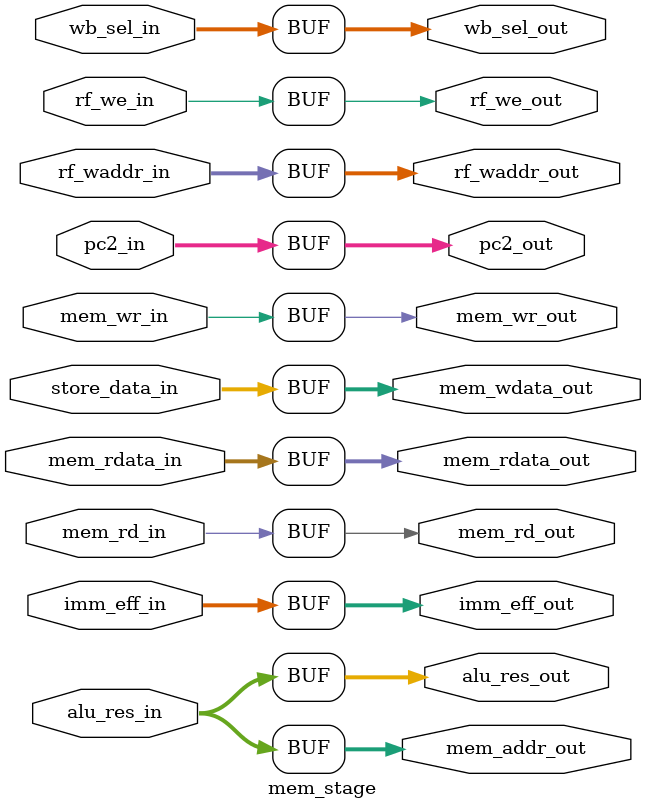
<source format=sv>
module mem_stage (
    // from EX/MEM
    input  logic [15:0] alu_res_in,
    input  logic [15:0] store_data_in,
    input  logic [15:0] pc2_in,
    input  logic [15:0] imm_eff_in,

    input  logic        mem_rd_in,
    input  logic        mem_wr_in,

    input  logic        rf_we_in,
    input  logic [2:0]  rf_waddr_in,
    input  logic [1:0]  wb_sel_in,

    // from data memory
    input  logic [15:0] mem_rdata_in,

    // to data memory
    output logic        mem_rd_out,
    output logic        mem_wr_out,
    output logic [15:0] mem_addr_out,
    output logic [15:0] mem_wdata_out,

    // to MEM/WB
    output logic [15:0] alu_res_out,
    output logic [15:0] mem_rdata_out,
    output logic [15:0] pc2_out,
    output logic [15:0] imm_eff_out,

    output logic        rf_we_out,
    output logic [2:0]  rf_waddr_out,
    output logic [1:0]  wb_sel_out
);

    // Drive memory
    assign mem_rd_out    = mem_rd_in;
    assign mem_wr_out    = mem_wr_in;
    assign mem_addr_out  = alu_res_in;
    assign mem_wdata_out = store_data_in;

    // Forward to WB
    assign alu_res_out   = alu_res_in;
    assign mem_rdata_out = mem_rdata_in;
    assign pc2_out       = pc2_in;
    assign imm_eff_out   = imm_eff_in;

    assign rf_we_out     = rf_we_in;
    assign rf_waddr_out  = rf_waddr_in;
    assign wb_sel_out    = wb_sel_in;

endmodule

</source>
